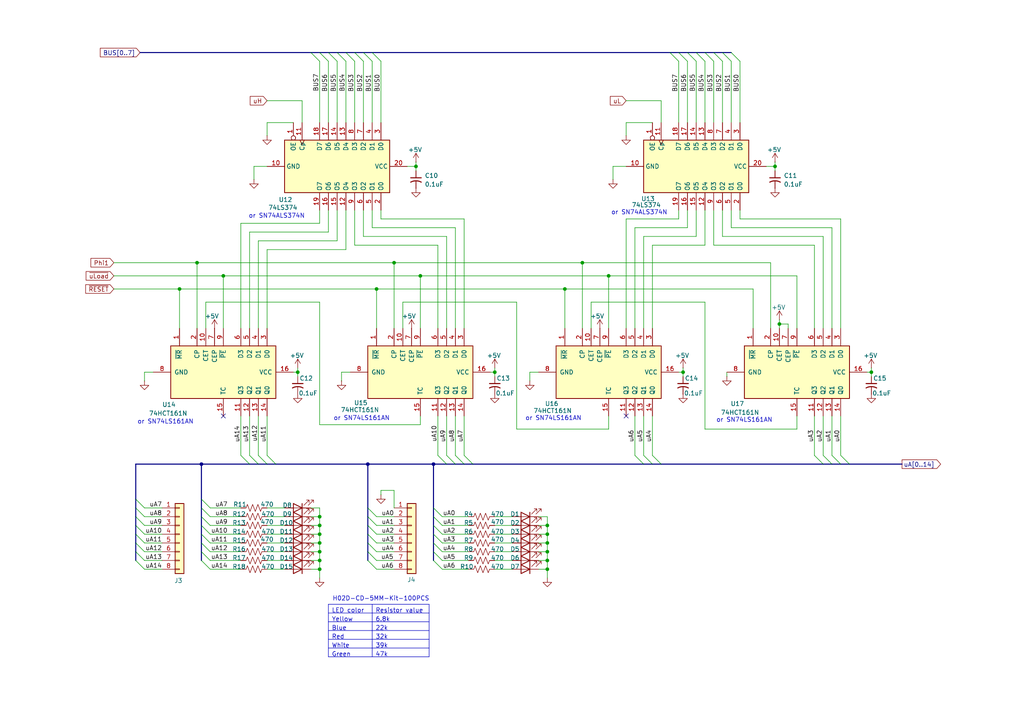
<source format=kicad_sch>
(kicad_sch (version 20250114) (generator "eeschema") (generator_version "9.0")
  (paper "A4")
  (title_block (title "MyCPU") (date "2025-06-23") (company "Sylvain Fortin"))
  (lib_symbols
    (symbol "74xx:74LS161" (pin_names (offset 1.016))
      (property "Reference" "U" (at -7.62 16.51 0))
      (property "Value" "74LS161" (at -7.62 -16.51 0))
      (symbol "74LS161_1_0"
        (pin input line (at -12.7 12.7 0) (length 5.08) (name "D0") (number "3"))
        (pin input line (at -12.7 10.16 0) (length 5.08) (name "D1") (number "4"))
        (pin input line (at -12.7 7.62 0) (length 5.08) (name "D2") (number "5"))
        (pin input line (at -12.7 5.08 0) (length 5.08) (name "D3") (number "6"))
        (pin input line (at -12.7 0 0) (length 5.08) (name "~{PE}") (number "9"))
        (pin input line (at -12.7 -2.54 0) (length 5.08) (name "CEP") (number "7"))
        (pin input line (at -12.7 -5.08 0) (length 5.08) (name "CET") (number "10"))
        (pin input line (at -12.7 -7.62 0) (length 5.08) (name "CP") (number "2"))
        (pin input line (at -12.7 -12.7 0) (length 5.08) (name "~{MR}") (number "1"))
        (pin power_in line (at 0 20.32 270) (length 5.08) (name "VCC") (number "16"))
        (pin power_in line (at 0 -20.32 90) (length 5.08) (name "GND") (number "8"))
        (pin output line (at 12.7 12.7 180) (length 5.08) (name "Q0") (number "14"))
        (pin output line (at 12.7 10.16 180) (length 5.08) (name "Q1") (number "13"))
        (pin output line (at 12.7 7.62 180) (length 5.08) (name "Q2") (number "12"))
        (pin output line (at 12.7 5.08 180) (length 5.08) (name "Q3") (number "11"))
        (pin output line (at 12.7 0 180) (length 5.08) (name "TC") (number "15"))
      )
    )
    (symbol "74xx:74LS374"
      (property "Reference" "U" (at -7.62 16.51 0))
      (property "Value" "74LS374" (at -7.62 -16.51 0))
      (symbol "74LS374_1_0"
        (pin input line (at -12.7 12.7 0) (length 5.08) (name "D0") (number "3"))
        (pin input line (at -12.7 10.16 0) (length 5.08) (name "D1") (number "4"))
        (pin input line (at -12.7 7.62 0) (length 5.08) (name "D2") (number "7"))
        (pin input line (at -12.7 5.08 0) (length 5.08) (name "D3") (number "8"))
        (pin input line (at -12.7 2.54 0) (length 5.08) (name "D4") (number "13"))
        (pin input line (at -12.7 0 0) (length 5.08) (name "D5") (number "14"))
        (pin input line (at -12.7 -2.54 0) (length 5.08) (name "D6") (number "17"))
        (pin input line (at -12.7 -5.08 0) (length 5.08) (name "D7") (number "18"))
        (pin input clock (at -12.7 -10.16 0) (length 5.08) (name "Cp") (number "11"))
        (pin input inverted (at -12.7 -12.7 0) (length 5.08) (name "OE") (number "1"))
        (pin power_in line (at 0 20.32 270) (length 5.08) (name "VCC") (number "20"))
        (pin power_in line (at 0 -20.32 90) (length 5.08) (name "GND") (number "10"))
        (pin tri_state line (at 12.7 12.7 180) (length 5.08) (name "O0") (number "2"))
        (pin tri_state line (at 12.7 10.16 180) (length 5.08) (name "O1") (number "5"))
        (pin tri_state line (at 12.7 7.62 180) (length 5.08) (name "O2") (number "6"))
        (pin tri_state line (at 12.7 5.08 180) (length 5.08) (name "O3") (number "9"))
        (pin tri_state line (at 12.7 2.54 180) (length 5.08) (name "O4") (number "12"))
        (pin tri_state line (at 12.7 0 180) (length 5.08) (name "O5") (number "15"))
        (pin tri_state line (at 12.7 -2.54 180) (length 5.08) (name "O6") (number "16"))
        (pin tri_state line (at 12.7 -5.08 180) (length 5.08) (name "O7") (number "19"))
      )
    )
    (symbol "Connector_Generic:Conn_01x08" (pin_names (offset 1.016) (hide yes))
      (property "Reference" "J" (at 0 10.16 0))
      (property "Value" "Conn_01x08" (at 0 -12.7 0))
      (symbol "Conn_01x08_1_1"
        (pin passive line (at -5.08 7.62 0) (length 3.81) (name "Pin_1") (number "1"))
        (pin passive line (at -5.08 5.08 0) (length 3.81) (name "Pin_2") (number "2"))
        (pin passive line (at -5.08 2.54 0) (length 3.81) (name "Pin_3") (number "3"))
        (pin passive line (at -5.08 0 0) (length 3.81) (name "Pin_4") (number "4"))
        (pin passive line (at -5.08 -2.54 0) (length 3.81) (name "Pin_5") (number "5"))
        (pin passive line (at -5.08 -5.08 0) (length 3.81) (name "Pin_6") (number "6"))
        (pin passive line (at -5.08 -7.62 0) (length 3.81) (name "Pin_7") (number "7"))
        (pin passive line (at -5.08 -10.16 0) (length 3.81) (name "Pin_8") (number "8"))
      )
    )
    (symbol "Device:C_Small_US" (pin_numbers (hide yes)) (pin_names (offset 0.254) (hide yes))
      (property "Reference" "C" (at 0.254 1.778 0))
      (property "Value" "C_Small_US" (at 0.254 -2.032 0))
      (symbol "C_Small_US_1_1"
        (pin passive line (at 0 2.54 270) (length 2.032) (name "~") (number "1"))
        (pin passive line (at 0 -2.54 90) (length 2.032) (name "~") (number "2"))
      )
    )
    (symbol "Device:LED" (pin_numbers (hide yes)) (pin_names (offset 1.016) (hide yes))
      (property "Reference" "D" (at 0 2.54 0))
      (property "Value" "LED" (at 0 -2.54 0))
      (symbol "LED_1_1"
        (pin passive line (at -3.81 0 0) (length 2.54) (name "K") (number "1"))
        (pin passive line (at 3.81 0 180) (length 2.54) (name "A") (number "2"))
      )
    )
    (symbol "Device:R_US" (pin_numbers (hide yes)) (pin_names (offset 0))
      (property "Reference" "R" (at 2.54 0 90))
      (property "Value" "R_US" (at -2.54 0 90))
      (symbol "R_US_1_1"
        (pin passive line (at 0 3.81 270) (length 1.27) (name "~") (number "1"))
        (pin passive line (at 0 -3.81 90) (length 1.27) (name "~") (number "2"))
      )
    )
    (symbol "power:+5V" (power) (pin_numbers (hide yes)) (pin_names (offset 0) (hide yes))
      (property "Value" "+5V" (at 0 3.556 0))
      (symbol "+5V_1_1"
        (pin power_in line (at 0 0 90) (length 0) (name "~") (number "1"))
      )
    )
    (symbol "power:GND" (power) (pin_numbers (hide yes)) (pin_names (offset 0) (hide yes))
      (property "Value" "GND" (at 0 -3.81 0))
      (symbol "GND_1_1"
        (pin power_in line (at 0 0 270) (length 0) (name "~") (number "1"))
      )
    )
  )
  (text "or SN74ALS374N" (at 80.264 62.738 0) (effects (font (size 1.27 1.27))))
  (text "or SN74LS161AN" (at 104.902 121.412 0) (effects (font (size 1.27 1.27))))
  (text "or SN74ALS374N" (at 185.42 61.722 0) (effects (font (size 1.27 1.27))))
  (text "or SN74LS161AN" (at 48.006 122.428 0) (effects (font (size 1.27 1.27))))
  (text "H02D-CD-5MM-Kit-100PCS" (at 110.49 173.736 0) (effects (font (size 1.27 1.27))))
  (text "or SN74LS161AN" (at 160.528 121.412 0) (effects (font (size 1.27 1.27))))
  (text "or SN74LS161AN" (at 215.9 121.92 0) (effects (font (size 1.27 1.27))))
  (junction (at 163.83 83.82))
  (junction (at 143.51 107.95))
  (junction (at 224.79 48.26))
  (junction (at 106.68 134.62))
  (junction (at 52.07 83.82))
  (junction (at 92.71 162.56))
  (junction (at 58.42 134.62))
  (junction (at 92.71 160.02))
  (junction (at 252.73 107.95))
  (junction (at 121.92 80.01))
  (junction (at 168.91 76.2))
  (junction (at 176.53 80.01))
  (junction (at 120.65 48.26))
  (junction (at 86.36 107.95))
  (junction (at 109.22 83.82))
  (junction (at 158.75 162.56))
  (junction (at 158.75 157.48))
  (junction (at 114.3 76.2))
  (junction (at 92.71 157.48))
  (junction (at 92.71 149.86))
  (junction (at 92.71 154.94))
  (junction (at 158.75 160.02))
  (junction (at 198.12 107.95))
  (junction (at 92.71 165.1))
  (junction (at 64.77 80.01))
  (junction (at 92.71 152.4))
  (junction (at 226.06 93.98))
  (junction (at 158.75 154.94))
  (junction (at 125.73 134.62))
  (junction (at 158.75 165.1))
  (junction (at 57.15 76.2))
  (junction (at 158.75 152.4))
  (no_connect (at 64.77 120.65))
  (no_connect (at 181.61 120.65))
  (bus_entry (at 125.73 160.02) (size 2.54 2.54))
  (bus_entry (at 58.42 157.48) (size 2.54 2.54))
  (bus_entry (at 105.41 15.24) (size 2.54 2.54))
  (bus_entry (at 184.15 132.08) (size 2.54 2.54))
  (bus_entry (at 125.73 152.4) (size 2.54 2.54))
  (bus_entry (at 77.47 132.08) (size 2.54 2.54))
  (bus_entry (at 90.17 15.24) (size 2.54 2.54))
  (bus_entry (at 58.42 162.56) (size 2.54 2.54))
  (bus_entry (at 100.33 15.24) (size 2.54 2.54))
  (bus_entry (at 39.37 149.86) (size 2.54 2.54))
  (bus_entry (at 74.93 132.08) (size 2.54 2.54))
  (bus_entry (at 236.22 132.08) (size 2.54 2.54))
  (bus_entry (at 106.68 157.48) (size 2.54 2.54))
  (bus_entry (at 106.68 147.32) (size 2.54 2.54))
  (bus_entry (at 212.09 15.24) (size 2.54 2.54))
  (bus_entry (at 189.23 132.08) (size 2.54 2.54))
  (bus_entry (at 92.71 15.24) (size 2.54 2.54))
  (bus_entry (at 125.73 149.86) (size 2.54 2.54))
  (bus_entry (at 125.73 162.56) (size 2.54 2.54))
  (bus_entry (at 58.42 160.02) (size 2.54 2.54))
  (bus_entry (at 243.84 132.08) (size 2.54 2.54))
  (bus_entry (at 201.93 15.24) (size 2.54 2.54))
  (bus_entry (at 97.79 15.24) (size 2.54 2.54))
  (bus_entry (at 194.31 15.24) (size 2.54 2.54))
  (bus_entry (at 196.85 15.24) (size 2.54 2.54))
  (bus_entry (at 186.69 132.08) (size 2.54 2.54))
  (bus_entry (at 209.55 15.24) (size 2.54 2.54))
  (bus_entry (at 39.37 162.56) (size 2.54 2.54))
  (bus_entry (at 207.01 15.24) (size 2.54 2.54))
  (bus_entry (at 134.62 132.08) (size 2.54 2.54))
  (bus_entry (at 125.73 147.32) (size 2.54 2.54))
  (bus_entry (at 107.95 15.24) (size 2.54 2.54))
  (bus_entry (at 39.37 160.02) (size 2.54 2.54))
  (bus_entry (at 39.37 152.4) (size 2.54 2.54))
  (bus_entry (at 106.68 154.94) (size 2.54 2.54))
  (bus_entry (at 39.37 144.78) (size 2.54 2.54))
  (bus_entry (at 58.42 149.86) (size 2.54 2.54))
  (bus_entry (at 125.73 157.48) (size 2.54 2.54))
  (bus_entry (at 204.47 15.24) (size 2.54 2.54))
  (bus_entry (at 106.68 160.02) (size 2.54 2.54))
  (bus_entry (at 72.39 132.08) (size 2.54 2.54))
  (bus_entry (at 39.37 157.48) (size 2.54 2.54))
  (bus_entry (at 58.42 154.94) (size 2.54 2.54))
  (bus_entry (at 58.42 152.4) (size 2.54 2.54))
  (bus_entry (at 106.68 162.56) (size 2.54 2.54))
  (bus_entry (at 132.08 132.08) (size 2.54 2.54))
  (bus_entry (at 129.54 132.08) (size 2.54 2.54))
  (bus_entry (at 39.37 147.32) (size 2.54 2.54))
  (bus_entry (at 106.68 149.86) (size 2.54 2.54))
  (bus_entry (at 95.25 15.24) (size 2.54 2.54))
  (bus_entry (at 58.42 147.32) (size 2.54 2.54))
  (bus_entry (at 127 132.08) (size 2.54 2.54))
  (bus_entry (at 106.68 152.4) (size 2.54 2.54))
  (bus_entry (at 125.73 154.94) (size 2.54 2.54))
  (bus_entry (at 58.42 144.78) (size 2.54 2.54))
  (bus_entry (at 39.37 154.94) (size 2.54 2.54))
  (bus_entry (at 102.87 15.24) (size 2.54 2.54))
  (bus_entry (at 69.85 132.08) (size 2.54 2.54))
  (bus_entry (at 238.76 132.08) (size 2.54 2.54))
  (bus_entry (at 241.3 132.08) (size 2.54 2.54))
  (bus_entry (at 199.39 15.24) (size 2.54 2.54))
  (wire (pts (xy 191.77 29.21) (xy 181.61 29.21)))
  (bus (pts (xy 58.42 154.94) (xy 58.42 157.48)))
  (wire (pts (xy 99.06 110.49) (xy 99.06 107.95)))
  (bus (pts (xy 106.68 157.48) (xy 106.68 160.02)))
  (wire (pts (xy 77.47 149.86) (xy 82.55 149.86)))
  (wire (pts (xy 184.15 66.04) (xy 184.15 95.25)))
  (bus (pts (xy 132.08 134.62) (xy 134.62 134.62)))
  (bus (pts (xy 39.37 149.86) (xy 39.37 152.4)))
  (wire (pts (xy 107.95 60.96) (xy 107.95 66.04)))
  (wire (pts (xy 90.17 160.02) (xy 92.71 160.02)))
  (wire (pts (xy 85.09 35.56) (xy 77.47 35.56)))
  (wire (pts (xy 204.47 17.78) (xy 204.47 35.56)))
  (wire (pts (xy 128.27 152.4) (xy 135.89 152.4)))
  (wire (pts (xy 69.85 120.65) (xy 69.85 132.08)))
  (wire (pts (xy 189.23 71.12) (xy 189.23 95.25)))
  (bus (pts (xy 125.73 157.48) (xy 125.73 160.02)))
  (wire (pts (xy 238.76 120.65) (xy 238.76 132.08)))
  (wire (pts (xy 74.93 69.85) (xy 74.93 95.25)))
  (bus (pts (xy 106.68 149.86) (xy 106.68 152.4)))
  (wire (pts (xy 92.71 165.1) (xy 92.71 167.64)))
  (bus (pts (xy 39.37 134.62) (xy 58.42 134.62)))
  (wire (pts (xy 102.87 71.12) (xy 127 71.12)))
  (wire (pts (xy 218.44 83.82) (xy 218.44 95.25)))
  (wire (pts (xy 209.55 68.58) (xy 238.76 68.58)))
  (wire (pts (xy 142.24 107.95) (xy 143.51 107.95)))
  (bus (pts (xy 201.93 15.24) (xy 204.47 15.24)))
  (wire (pts (xy 209.55 60.96) (xy 209.55 68.58)))
  (wire (pts (xy 128.27 157.48) (xy 135.89 157.48)))
  (wire (pts (xy 177.8 52.07) (xy 177.8 48.26)))
  (wire (pts (xy 107.95 17.78) (xy 107.95 35.56)))
  (wire (pts (xy 177.8 48.26) (xy 181.61 48.26)))
  (wire (pts (xy 90.17 152.4) (xy 92.71 152.4)))
  (wire (pts (xy 92.71 123.19) (xy 92.71 87.63)))
  (bus (pts (xy 125.73 160.02) (xy 125.73 162.56)))
  (wire (pts (xy 214.63 60.96) (xy 214.63 63.5)))
  (bus (pts (xy 137.16 134.62) (xy 186.69 134.62)))
  (wire (pts (xy 204.47 71.12) (xy 189.23 71.12)))
  (wire (pts (xy 41.91 149.86) (xy 46.99 149.86)))
  (wire (pts (xy 33.02 83.82) (xy 52.07 83.82)))
  (wire (pts (xy 158.75 160.02) (xy 158.75 162.56)))
  (wire (pts (xy 184.15 120.65) (xy 184.15 132.08)))
  (wire (pts (xy 143.51 106.68) (xy 143.51 107.95)))
  (wire (pts (xy 243.84 63.5) (xy 243.84 95.25)))
  (wire (pts (xy 128.27 165.1) (xy 135.89 165.1)))
  (wire (pts (xy 109.22 162.56) (xy 114.3 162.56)))
  (wire (pts (xy 209.55 17.78) (xy 209.55 35.56)))
  (wire (pts (xy 120.65 46.99) (xy 120.65 48.26)))
  (wire (pts (xy 186.69 120.65) (xy 186.69 132.08)))
  (wire (pts (xy 109.22 157.48) (xy 114.3 157.48)))
  (wire (pts (xy 90.17 154.94) (xy 92.71 154.94)))
  (wire (pts (xy 90.17 165.1) (xy 92.71 165.1)))
  (wire (pts (xy 199.39 60.96) (xy 199.39 66.04)))
  (wire (pts (xy 156.21 162.56) (xy 158.75 162.56)))
  (bus (pts (xy 92.71 15.24) (xy 95.25 15.24)))
  (wire (pts (xy 105.41 68.58) (xy 129.54 68.58)))
  (bus (pts (xy 95.25 15.24) (xy 97.79 15.24)))
  (bus (pts (xy 100.33 15.24) (xy 102.87 15.24)))
  (wire (pts (xy 226.06 92.71) (xy 226.06 93.98)))
  (wire (pts (xy 132.08 120.65) (xy 132.08 132.08)))
  (wire (pts (xy 92.71 162.56) (xy 92.71 165.1)))
  (bus (pts (xy 186.69 134.62) (xy 189.23 134.62)))
  (bus (pts (xy 106.68 152.4) (xy 106.68 154.94)))
  (wire (pts (xy 120.65 48.26) (xy 120.65 49.53)))
  (wire (pts (xy 41.91 147.32) (xy 46.99 147.32)))
  (bus (pts (xy 106.68 134.62) (xy 125.73 134.62)))
  (wire (pts (xy 196.85 60.96) (xy 196.85 63.5)))
  (bus (pts (xy 58.42 134.62) (xy 58.42 144.78)))
  (wire (pts (xy 77.47 165.1) (xy 82.55 165.1)))
  (wire (pts (xy 207.01 71.12) (xy 236.22 71.12)))
  (wire (pts (xy 153.67 107.95) (xy 156.21 107.95)))
  (wire (pts (xy 222.25 48.26) (xy 224.79 48.26)))
  (wire (pts (xy 77.47 72.39) (xy 77.47 95.25)))
  (wire (pts (xy 59.69 87.63) (xy 59.69 95.25)))
  (wire (pts (xy 92.71 87.63) (xy 59.69 87.63)))
  (wire (pts (xy 181.61 63.5) (xy 181.61 95.25)))
  (wire (pts (xy 92.71 64.77) (xy 69.85 64.77)))
  (bus (pts (xy 129.54 134.62) (xy 132.08 134.62)))
  (wire (pts (xy 92.71 17.78) (xy 92.71 35.56)))
  (bus (pts (xy 58.42 147.32) (xy 58.42 149.86)))
  (wire (pts (xy 158.75 152.4) (xy 158.75 154.94)))
  (wire (pts (xy 92.71 147.32) (xy 92.71 149.86)))
  (wire (pts (xy 74.93 120.65) (xy 74.93 132.08)))
  (wire (pts (xy 127 120.65) (xy 127 132.08)))
  (wire (pts (xy 199.39 66.04) (xy 184.15 66.04)))
  (wire (pts (xy 92.71 160.02) (xy 92.71 162.56)))
  (wire (pts (xy 60.96 160.02) (xy 69.85 160.02)))
  (wire (pts (xy 128.27 160.02) (xy 135.89 160.02)))
  (wire (pts (xy 241.3 120.65) (xy 241.3 132.08)))
  (wire (pts (xy 132.08 66.04) (xy 132.08 95.25)))
  (wire (pts (xy 33.02 76.2) (xy 57.15 76.2)))
  (wire (pts (xy 60.96 149.86) (xy 69.85 149.86)))
  (wire (pts (xy 44.45 107.95) (xy 41.91 107.95)))
  (wire (pts (xy 143.51 157.48) (xy 148.59 157.48)))
  (wire (pts (xy 252.73 106.68) (xy 252.73 107.95)))
  (bus (pts (xy 39.37 154.94) (xy 39.37 157.48)))
  (wire (pts (xy 114.3 142.24) (xy 114.3 147.32)))
  (wire (pts (xy 95.25 67.31) (xy 72.39 67.31)))
  (wire (pts (xy 92.71 154.94) (xy 92.71 157.48)))
  (wire (pts (xy 109.22 83.82) (xy 109.22 95.25)))
  (wire (pts (xy 226.06 93.98) (xy 228.6 93.98)))
  (wire (pts (xy 92.71 149.86) (xy 92.71 152.4)))
  (wire (pts (xy 176.53 80.01) (xy 231.14 80.01)))
  (bus (pts (xy 125.73 134.62) (xy 125.73 147.32)))
  (wire (pts (xy 156.21 152.4) (xy 158.75 152.4)))
  (wire (pts (xy 231.14 80.01) (xy 231.14 95.25)))
  (bus (pts (xy 58.42 149.86) (xy 58.42 152.4)))
  (wire (pts (xy 90.17 157.48) (xy 92.71 157.48)))
  (wire (pts (xy 251.46 107.95) (xy 252.73 107.95)))
  (wire (pts (xy 171.45 95.25) (xy 171.45 87.63)))
  (bus (pts (xy 196.85 15.24) (xy 199.39 15.24)))
  (wire (pts (xy 102.87 17.78) (xy 102.87 35.56)))
  (bus (pts (xy 105.41 15.24) (xy 107.95 15.24)))
  (wire (pts (xy 77.47 120.65) (xy 77.47 132.08)))
  (wire (pts (xy 86.36 106.68) (xy 86.36 107.95)))
  (wire (pts (xy 212.09 66.04) (xy 241.3 66.04)))
  (wire (pts (xy 143.51 152.4) (xy 148.59 152.4)))
  (wire (pts (xy 41.91 152.4) (xy 46.99 152.4)))
  (wire (pts (xy 95.25 17.78) (xy 95.25 35.56)))
  (wire (pts (xy 189.23 120.65) (xy 189.23 132.08)))
  (wire (pts (xy 241.3 66.04) (xy 241.3 95.25)))
  (wire (pts (xy 69.85 64.77) (xy 69.85 95.25)))
  (wire (pts (xy 228.6 95.25) (xy 228.6 93.98)))
  (wire (pts (xy 201.93 60.96) (xy 201.93 68.58)))
  (wire (pts (xy 110.49 17.78) (xy 110.49 35.56)))
  (bus (pts (xy 39.37 152.4) (xy 39.37 154.94)))
  (wire (pts (xy 201.93 68.58) (xy 186.69 68.58)))
  (bus (pts (xy 80.01 134.62) (xy 106.68 134.62)))
  (wire (pts (xy 191.77 35.56) (xy 191.77 29.21)))
  (wire (pts (xy 41.91 157.48) (xy 46.99 157.48)))
  (bus (pts (xy 72.39 134.62) (xy 74.93 134.62)))
  (wire (pts (xy 128.27 149.86) (xy 135.89 149.86)))
  (wire (pts (xy 109.22 160.02) (xy 114.3 160.02)))
  (wire (pts (xy 105.41 17.78) (xy 105.41 35.56)))
  (bus (pts (xy 74.93 134.62) (xy 77.47 134.62)))
  (wire (pts (xy 143.51 149.86) (xy 148.59 149.86)))
  (wire (pts (xy 171.45 87.63) (xy 204.47 87.63)))
  (bus (pts (xy 189.23 134.62) (xy 191.77 134.62)))
  (wire (pts (xy 128.27 154.94) (xy 135.89 154.94)))
  (wire (pts (xy 41.91 162.56) (xy 46.99 162.56)))
  (wire (pts (xy 212.09 60.96) (xy 212.09 66.04)))
  (wire (pts (xy 212.09 17.78) (xy 212.09 35.56)))
  (wire (pts (xy 156.21 160.02) (xy 158.75 160.02)))
  (wire (pts (xy 52.07 83.82) (xy 52.07 95.25)))
  (wire (pts (xy 223.52 76.2) (xy 223.52 95.25)))
  (bus (pts (xy 194.31 15.24) (xy 196.85 15.24)))
  (wire (pts (xy 143.51 160.02) (xy 148.59 160.02)))
  (wire (pts (xy 121.92 120.65) (xy 121.92 123.19)))
  (wire (pts (xy 60.96 165.1) (xy 69.85 165.1)))
  (bus (pts (xy 207.01 15.24) (xy 209.55 15.24)))
  (wire (pts (xy 109.22 152.4) (xy 114.3 152.4)))
  (wire (pts (xy 60.96 157.48) (xy 69.85 157.48)))
  (wire (pts (xy 128.27 162.56) (xy 135.89 162.56)))
  (wire (pts (xy 181.61 35.56) (xy 181.61 39.37)))
  (wire (pts (xy 77.47 29.21) (xy 87.63 29.21)))
  (bus (pts (xy 39.37 134.62) (xy 39.37 144.78)))
  (wire (pts (xy 97.79 17.78) (xy 97.79 35.56)))
  (wire (pts (xy 168.91 76.2) (xy 168.91 95.25)))
  (bus (pts (xy 58.42 144.78) (xy 58.42 147.32)))
  (wire (pts (xy 149.86 87.63) (xy 116.84 87.63)))
  (bus (pts (xy 134.62 134.62) (xy 137.16 134.62)))
  (wire (pts (xy 238.76 68.58) (xy 238.76 95.25)))
  (wire (pts (xy 156.21 157.48) (xy 158.75 157.48)))
  (wire (pts (xy 134.62 120.65) (xy 134.62 132.08)))
  (wire (pts (xy 163.83 83.82) (xy 218.44 83.82)))
  (bus (pts (xy 204.47 15.24) (xy 207.01 15.24)))
  (wire (pts (xy 60.96 152.4) (xy 69.85 152.4)))
  (bus (pts (xy 238.76 134.62) (xy 241.3 134.62)))
  (wire (pts (xy 127 71.12) (xy 127 95.25)))
  (wire (pts (xy 118.11 48.26) (xy 120.65 48.26)))
  (wire (pts (xy 176.53 120.65) (xy 176.53 124.46)))
  (wire (pts (xy 176.53 124.46) (xy 149.86 124.46)))
  (wire (pts (xy 60.96 147.32) (xy 69.85 147.32)))
  (wire (pts (xy 143.51 162.56) (xy 148.59 162.56)))
  (wire (pts (xy 243.84 120.65) (xy 243.84 132.08)))
  (wire (pts (xy 102.87 60.96) (xy 102.87 71.12)))
  (wire (pts (xy 204.47 124.46) (xy 231.14 124.46)))
  (wire (pts (xy 226.06 95.25) (xy 226.06 93.98)))
  (wire (pts (xy 207.01 17.78) (xy 207.01 35.56)))
  (wire (pts (xy 33.02 80.01) (xy 64.77 80.01)))
  (wire (pts (xy 207.01 60.96) (xy 207.01 71.12)))
  (wire (pts (xy 107.95 66.04) (xy 132.08 66.04)))
  (bus (pts (xy 246.38 134.62) (xy 261.62 134.62)))
  (wire (pts (xy 86.36 107.95) (xy 86.36 109.22)))
  (wire (pts (xy 57.15 76.2) (xy 114.3 76.2)))
  (wire (pts (xy 163.83 83.82) (xy 163.83 95.25)))
  (wire (pts (xy 252.73 107.95) (xy 252.73 109.22)))
  (wire (pts (xy 114.3 76.2) (xy 114.3 95.25)))
  (bus (pts (xy 39.37 147.32) (xy 39.37 149.86)))
  (wire (pts (xy 129.54 68.58) (xy 129.54 95.25)))
  (wire (pts (xy 143.51 107.95) (xy 143.51 109.22)))
  (wire (pts (xy 95.25 60.96) (xy 95.25 67.31)))
  (wire (pts (xy 121.92 80.01) (xy 121.92 95.25)))
  (bus (pts (xy 40.64 15.24) (xy 90.17 15.24)))
  (wire (pts (xy 73.66 52.07) (xy 73.66 48.26)))
  (bus (pts (xy 125.73 149.86) (xy 125.73 152.4)))
  (wire (pts (xy 196.85 107.95) (xy 198.12 107.95)))
  (wire (pts (xy 90.17 162.56) (xy 92.71 162.56)))
  (wire (pts (xy 110.49 63.5) (xy 134.62 63.5)))
  (wire (pts (xy 158.75 157.48) (xy 158.75 160.02)))
  (bus (pts (xy 58.42 134.62) (xy 72.39 134.62)))
  (wire (pts (xy 143.51 154.94) (xy 148.59 154.94)))
  (bus (pts (xy 77.47 134.62) (xy 80.01 134.62)))
  (wire (pts (xy 64.77 80.01) (xy 64.77 95.25)))
  (wire (pts (xy 214.63 17.78) (xy 214.63 35.56)))
  (wire (pts (xy 41.91 165.1) (xy 46.99 165.1)))
  (wire (pts (xy 204.47 60.96) (xy 204.47 71.12)))
  (wire (pts (xy 116.84 87.63) (xy 116.84 95.25)))
  (wire (pts (xy 100.33 72.39) (xy 77.47 72.39)))
  (wire (pts (xy 224.79 46.99) (xy 224.79 48.26)))
  (wire (pts (xy 109.22 165.1) (xy 114.3 165.1)))
  (wire (pts (xy 224.79 48.26) (xy 224.79 49.53)))
  (wire (pts (xy 110.49 142.24) (xy 114.3 142.24)))
  (wire (pts (xy 99.06 107.95) (xy 101.6 107.95)))
  (bus (pts (xy 39.37 144.78) (xy 39.37 147.32)))
  (bus (pts (xy 102.87 15.24) (xy 105.41 15.24)))
  (wire (pts (xy 77.47 154.94) (xy 82.55 154.94)))
  (wire (pts (xy 153.67 110.49) (xy 153.67 107.95)))
  (wire (pts (xy 196.85 17.78) (xy 196.85 35.56)))
  (wire (pts (xy 85.09 107.95) (xy 86.36 107.95)))
  (bus (pts (xy 58.42 157.48) (xy 58.42 160.02)))
  (wire (pts (xy 41.91 107.95) (xy 41.91 110.49)))
  (wire (pts (xy 77.47 160.02) (xy 82.55 160.02)))
  (wire (pts (xy 158.75 162.56) (xy 158.75 165.1)))
  (bus (pts (xy 125.73 147.32) (xy 125.73 149.86)))
  (wire (pts (xy 214.63 63.5) (xy 243.84 63.5)))
  (wire (pts (xy 198.12 106.68) (xy 198.12 107.95)))
  (wire (pts (xy 134.62 63.5) (xy 134.62 95.25)))
  (wire (pts (xy 129.54 120.65) (xy 129.54 132.08)))
  (bus (pts (xy 58.42 152.4) (xy 58.42 154.94)))
  (bus (pts (xy 90.17 15.24) (xy 92.71 15.24)))
  (wire (pts (xy 156.21 165.1) (xy 158.75 165.1)))
  (wire (pts (xy 90.17 147.32) (xy 92.71 147.32)))
  (wire (pts (xy 92.71 152.4) (xy 92.71 154.94)))
  (wire (pts (xy 156.21 149.86) (xy 158.75 149.86)))
  (wire (pts (xy 60.96 154.94) (xy 69.85 154.94)))
  (wire (pts (xy 109.22 83.82) (xy 163.83 83.82)))
  (wire (pts (xy 186.69 68.58) (xy 186.69 95.25)))
  (bus (pts (xy 241.3 134.62) (xy 243.84 134.62)))
  (wire (pts (xy 204.47 87.63) (xy 204.47 124.46)))
  (wire (pts (xy 64.77 80.01) (xy 121.92 80.01)))
  (wire (pts (xy 72.39 67.31) (xy 72.39 95.25)))
  (wire (pts (xy 236.22 71.12) (xy 236.22 95.25)))
  (wire (pts (xy 77.47 152.4) (xy 82.55 152.4)))
  (wire (pts (xy 109.22 149.86) (xy 114.3 149.86)))
  (bus (pts (xy 106.68 160.02) (xy 106.68 162.56)))
  (wire (pts (xy 41.91 160.02) (xy 46.99 160.02)))
  (wire (pts (xy 158.75 154.94) (xy 158.75 157.48)))
  (bus (pts (xy 125.73 154.94) (xy 125.73 157.48)))
  (bus (pts (xy 199.39 15.24) (xy 201.93 15.24)))
  (wire (pts (xy 210.82 107.95) (xy 210.82 109.22)))
  (wire (pts (xy 121.92 80.01) (xy 176.53 80.01)))
  (wire (pts (xy 77.47 147.32) (xy 82.55 147.32)))
  (wire (pts (xy 52.07 83.82) (xy 109.22 83.82)))
  (bus (pts (xy 106.68 134.62) (xy 106.68 147.32)))
  (wire (pts (xy 143.51 165.1) (xy 148.59 165.1)))
  (bus (pts (xy 191.77 134.62) (xy 238.76 134.62)))
  (wire (pts (xy 97.79 69.85) (xy 74.93 69.85)))
  (wire (pts (xy 92.71 157.48) (xy 92.71 160.02)))
  (wire (pts (xy 97.79 60.96) (xy 97.79 69.85)))
  (bus (pts (xy 106.68 147.32) (xy 106.68 149.86)))
  (wire (pts (xy 41.91 154.94) (xy 46.99 154.94)))
  (wire (pts (xy 92.71 60.96) (xy 92.71 64.77)))
  (wire (pts (xy 77.47 35.56) (xy 77.47 39.37)))
  (wire (pts (xy 156.21 154.94) (xy 158.75 154.94)))
  (wire (pts (xy 87.63 29.21) (xy 87.63 35.56)))
  (bus (pts (xy 106.68 154.94) (xy 106.68 157.48)))
  (wire (pts (xy 176.53 80.01) (xy 176.53 95.25)))
  (wire (pts (xy 121.92 123.19) (xy 92.71 123.19)))
  (wire (pts (xy 198.12 107.95) (xy 198.12 109.22)))
  (wire (pts (xy 201.93 17.78) (xy 201.93 35.56)))
  (wire (pts (xy 100.33 17.78) (xy 100.33 35.56)))
  (wire (pts (xy 189.23 35.56) (xy 181.61 35.56)))
  (wire (pts (xy 110.49 60.96) (xy 110.49 63.5)))
  (bus (pts (xy 97.79 15.24) (xy 100.33 15.24)))
  (wire (pts (xy 73.66 48.26) (xy 77.47 48.26)))
  (wire (pts (xy 236.22 120.65) (xy 236.22 132.08)))
  (wire (pts (xy 110.49 143.51) (xy 110.49 142.24)))
  (bus (pts (xy 107.95 15.24) (xy 194.31 15.24)))
  (wire (pts (xy 90.17 149.86) (xy 92.71 149.86)))
  (wire (pts (xy 100.33 60.96) (xy 100.33 72.39)))
  (wire (pts (xy 77.47 157.48) (xy 82.55 157.48)))
  (wire (pts (xy 231.14 124.46) (xy 231.14 120.65)))
  (wire (pts (xy 105.41 60.96) (xy 105.41 68.58)))
  (wire (pts (xy 158.75 149.86) (xy 158.75 152.4)))
  (wire (pts (xy 149.86 124.46) (xy 149.86 87.63)))
  (bus (pts (xy 58.42 160.02) (xy 58.42 162.56)))
  (bus (pts (xy 125.73 152.4) (xy 125.73 154.94)))
  (bus (pts (xy 209.55 15.24) (xy 212.09 15.24)))
  (bus (pts (xy 243.84 134.62) (xy 246.38 134.62)))
  (wire (pts (xy 168.91 76.2) (xy 223.52 76.2)))
  (bus (pts (xy 125.73 134.62) (xy 129.54 134.62)))
  (wire (pts (xy 77.47 162.56) (xy 82.55 162.56)))
  (wire (pts (xy 199.39 17.78) (xy 199.39 35.56)))
  (wire (pts (xy 57.15 76.2) (xy 57.15 95.25)))
  (wire (pts (xy 114.3 76.2) (xy 168.91 76.2)))
  (wire (pts (xy 72.39 120.65) (xy 72.39 132.08)))
  (wire (pts (xy 109.22 154.94) (xy 114.3 154.94)))
  (bus (pts (xy 39.37 157.48) (xy 39.37 160.02)))
  (wire (pts (xy 60.96 162.56) (xy 69.85 162.56)))
  (wire (pts (xy 196.85 63.5) (xy 181.61 63.5)))
  (wire (pts (xy 158.75 165.1) (xy 158.75 167.64)))
  (bus (pts (xy 39.37 160.02) (xy 39.37 162.56)))
  (table (column_count 2) (border (external yes) (header yes)) (separators (rows yes) (cols yes)) (column_widths 12.7 16.51) (row_heights 2.54 2.54 2.54 2.54 2.54 2.54) (cells (table_cell "LED color" (at 95.25 175.26 0) (size 12.7 2.54) (margins 0.9525 0.9525 0.9525 0.9525) (span 1 1)) (table_cell "Resistor value" (at 107.95 175.26 0) (size 16.51 2.54) (margins 0.9525 0.9525 0.9525 0.9525) (span 1 1)) (table_cell "Yellow" (at 95.25 177.8 0) (size 12.7 2.54) (margins 0.9525 0.9525 0.9525 0.9525) (span 1 1)) (table_cell "6.8k" (at 107.95 177.8 0) (size 16.51 2.54) (margins 0.9525 0.9525 0.9525 0.9525) (span 1 1)) (table_cell "Blue" (at 95.25 180.34 0) (size 12.7 2.54) (margins 0.9525 0.9525 0.9525 0.9525) (span 1 1)) (table_cell "22k" (at 107.95 180.34 0) (size 16.51 2.54) (margins 0.9525 0.9525 0.9525 0.9525) (span 1 1)) (table_cell "Red" (at 95.25 182.88 0) (size 12.7 2.54) (margins 0.9525 0.9525 0.9525 0.9525) (span 1 1)) (table_cell "32k" (at 107.95 182.88 0) (size 16.51 2.54) (margins 0.9525 0.9525 0.9525 0.9525) (span 1 1)) (table_cell "White" (at 95.25 185.42 0) (size 12.7 2.54) (margins 0.9525 0.9525 0.9525 0.9525) (span 1 1)) (table_cell "39k" (at 107.95 185.42 0) (size 16.51 2.54) (margins 0.9525 0.9525 0.9525 0.9525) (span 1 1)) (table_cell "Green" (at 95.25 187.96 0) (size 12.7 2.54) (margins 0.9525 0.9525 0.9525 0.9525) (span 1 1)) (table_cell "47k" (at 107.95 187.96 0) (size 16.51 2.54) (margins 0.9525 0.9525 0.9525 0.9525) (span 1 1))))
  (label "BUS7" (at 196.85 26.67 90))
  (label "uA3" (at 236.22 128.27 90))
  (label "uA10" (at 46.99 154.94 180))
  (label "uA11" (at 46.99 157.48 180))
  (label "uA13" (at 66.04 162.56 180))
  (label "uA9" (at 129.54 128.27 90))
  (label "uA4" (at 114.3 160.02 180))
  (label "BUS4" (at 100.33 26.596 90))
  (label "BUS5" (at 97.79 26.659 90))
  (label "uA1" (at 114.3 152.4 180))
  (label "BUS0" (at 214.63 26.67 90))
  (label "uA11" (at 66.04 157.48 180))
  (label "uA6" (at 132.08 165.1 180))
  (label "uA7" (at 46.99 147.32 180))
  (label "uA3" (at 132.08 157.48 180))
  (label "uA10" (at 127 128.1635 90))
  (label "BUS1" (at 212.09 26.67 90))
  (label "uA0" (at 114.3 149.86 180))
  (label "BUS2" (at 209.55 26.67 90))
  (label "BUS3" (at 102.87 26.67 90))
  (label "BUS6" (at 95.25 26.659 90))
  (label "uA5" (at 132.08 162.56 180))
  (label "uA2" (at 114.3 154.94 180))
  (label "uA2" (at 132.08 154.94 180))
  (label "BUS0" (at 110.49 26.67 90))
  (label "uA10" (at 66.04 154.94 180))
  (label "uA7" (at 66.04 147.32 180))
  (label "BUS1" (at 107.95 26.67 90))
  (label "BUS2" (at 105.41 26.67 90))
  (label "uA2" (at 238.76 128.27 90))
  (label "uA3" (at 114.3 157.48 180))
  (label "BUS3" (at 207.01 26.67 90))
  (label "uA12" (at 46.99 160.02 180))
  (label "uA8" (at 46.99 149.86 180))
  (label "uA1" (at 132.08 152.4 180))
  (label "uA13" (at 46.99 162.56 180))
  (label "uA0" (at 132.08 149.86 180))
  (label "uA7" (at 134.62 128.27 90))
  (label "BUS5" (at 201.93 26.619 90))
  (label "uA5" (at 114.1529 162.56 180))
  (label "uA8" (at 132.08 128.27 90))
  (label "uA6" (at 184.15 128.27 90))
  (label "uA0" (at 243.84 128.27 90))
  (label "uA4" (at 132.08 160.02 180))
  (label "uA5" (at 186.69 128.27 90))
  (label "uA13" (at 72.39 128.27 90))
  (label "uA4" (at 189.23 128.27 90))
  (label "BUS6" (at 199.39 26.67 90))
  (label "uA12" (at 66.04 160.02 180))
  (label "BUS4" (at 204.47 26.67 90))
  (label "uA14" (at 69.85 128.27 90))
  (label "uA8" (at 66.04 149.86 180))
  (label "uA12" (at 74.93 128.1026 90))
  (label "BUS7" (at 92.71 26.5331 90))
  (label "uA9" (at 46.99 152.4 180))
  (label "uA9" (at 66.04 152.4 180))
  (label "uA14" (at 66.04 165.1 180))
  (label "uA1" (at 241.3 128.27 90))
  (label "uA6" (at 114.2019 165.1 180))
  (label "uA11" (at 77.47 128.27 90))
  (label "uA14" (at 46.99 165.1 180))
  (global_label "~{uLoad}" (shape input) (at 33.02 80.01 180) (property "Intersheetrefs" "${INTERSHEET_REFS}" (effects (hide yes))))
  (global_label "~{RESET}" (shape input) (at 33.02 83.82 180) (property "Intersheetrefs" "${INTERSHEET_REFS}" (effects (hide yes))))
  (global_label "BUS[0..7]" (shape input) (at 40.64 15.24 180) (property "Intersheetrefs" "${INTERSHEET_REFS}" (effects (hide yes))))
  (global_label "uH" (shape input) (at 77.47 29.21 180) (property "Intersheetrefs" "${INTERSHEET_REFS}" (effects (hide yes))))
  (global_label "uA[0..14]" (shape output) (at 261.62 134.62 0) (property "Intersheetrefs" "${INTERSHEET_REFS}" (effects (hide yes))))
  (global_label "Phi1" (shape input) (at 33.02 76.2 180) (property "Intersheetrefs" "${INTERSHEET_REFS}" (effects (hide yes))))
  (global_label "uL" (shape input) (at 181.61 29.21 180) (property "Intersheetrefs" "${INTERSHEET_REFS}" (effects (hide yes))))
  (symbol (lib_id "power:GND") (at 177.8 52.07 0) (unit 1)
    (property "Reference" "#PWR024" (effects (hide yes)))
    (property "Value" "GND" (effects (hide yes)))
    (property "Description" "Power symbol creates a global label with name \"GND\" , ground" (effects (hide yes)))
  )
  (symbol (lib_id "power:GND") (at 224.79 54.61 0) (unit 1)
    (property "Reference" "#PWR0114" (effects (hide yes)))
    (property "Value" "GND" (effects (hide yes)))
    (property "Description" "Power symbol creates a global label with name \"GND\" , ground" (effects (hide yes)))
  )
  (symbol (lib_id "Device:C_Small_US") (at 143.51 111.76 0) (unit 1)
    (property "Reference" "C13" (at 144.018 109.728 0) (effects (justify left)))
    (property "Value" "0.1uF" (at 143.764 114.046 0) (effects (justify left)))
    (property "Footprint" "Capacitor_THT:C_Disc_D6.0mm_W2.5mm_P5.00mm" (effects (hide yes)))
    (property "Description" "capacitor, small US symbol" (effects (hide yes)))
  )
  (symbol (lib_id "Device:LED") (at 152.4 154.94 180) (unit 1)
    (property "Reference" "D3" (at 149.352 154.178 0))
    (property "Value" "LED" (effects (hide yes)))
    (property "Footprint" "LED_THT:LED_D5.0mm" (effects (hide yes)))
    (property "Description" "Light emitting diode" (effects (hide yes)))
    (property "Sim.Pins" "1=K 2=A" (effects (hide yes)))
  )
  (symbol (lib_id "power:GND") (at 181.61 39.37 0) (unit 1)
    (property "Reference" "#PWR026" (effects (hide yes)))
    (property "Value" "GND" (effects (hide yes)))
    (property "Description" "Power symbol creates a global label with name \"GND\" , ground" (effects (hide yes)))
  )
  (symbol (lib_id "Device:C_Small_US") (at 86.36 111.76 0) (unit 1)
    (property "Reference" "C12" (at 86.868 109.728 0) (effects (justify left)))
    (property "Value" "0.1uF" (at 86.614 114.046 0) (effects (justify left)))
    (property "Footprint" "Capacitor_THT:C_Disc_D6.0mm_W2.5mm_P5.00mm" (effects (hide yes)))
    (property "Description" "capacitor, small US symbol" (effects (hide yes)))
  )
  (symbol (lib_id "power:+5V") (at 62.23 95.25 0) (unit 1)
    (property "Reference" "#PWR039" (effects (hide yes)))
    (property "Value" "+5V" (at 61.468 91.694 0))
    (property "Description" "Power symbol creates a global label with name \"+5V\"" (effects (hide yes)))
  )
  (symbol (lib_id "Device:LED") (at 86.36 152.4 180) (unit 1)
    (property "Reference" "D10" (at 83.058 151.638 0))
    (property "Value" "LED" (effects (hide yes)))
    (property "Footprint" "LED_THT:LED_D5.0mm" (effects (hide yes)))
    (property "Description" "Light emitting diode" (effects (hide yes)))
    (property "Sim.Pins" "1=K 2=A" (effects (hide yes)))
  )
  (symbol (lib_id "Device:LED") (at 86.36 157.48 180) (unit 1)
    (property "Reference" "D12" (at 83.058 156.718 0))
    (property "Value" "LED" (effects (hide yes)))
    (property "Footprint" "LED_THT:LED_D5.0mm" (effects (hide yes)))
    (property "Description" "Light emitting diode" (effects (hide yes)))
    (property "Sim.Pins" "1=K 2=A" (effects (hide yes)))
  )
  (symbol (lib_id "power:+5V") (at 252.73 106.68 0) (unit 1)
    (property "Reference" "#PWR035" (effects (hide yes)))
    (property "Value" "+5V" (at 252.476 103.124 0))
    (property "Description" "Power symbol creates a global label with name \"+5V\"" (effects (hide yes)))
  )
  (symbol (lib_id "Device:R_US") (at 73.66 152.4 90) (unit 1)
    (property "Reference" "R13" (at 69.342 151.638 90))
    (property "Value" "470" (at 77.47 151.384 90))
    (property "Footprint" "Resistor_THT:R_Axial_DIN0207_L6.3mm_D2.5mm_P2.54mm_Vertical" (effects (hide yes)))
    (property "Description" "Resistor, US symbol" (effects (hide yes)))
  )
  (symbol (lib_id "Device:C_Small_US") (at 120.65 52.07 0) (unit 1)
    (property "Reference" "C10" (at 123.19 50.9269 0) (effects (justify left)))
    (property "Value" "0.1uF" (at 123.19 53.4669 0) (effects (justify left)))
    (property "Footprint" "Capacitor_THT:C_Disc_D6.0mm_W2.5mm_P5.00mm" (effects (hide yes)))
    (property "Description" "capacitor, small US symbol" (effects (hide yes)))
  )
  (symbol (lib_id "Device:LED") (at 152.4 165.1 180) (unit 1)
    (property "Reference" "D7" (at 149.352 164.338 0))
    (property "Value" "LED" (effects (hide yes)))
    (property "Footprint" "LED_THT:LED_D5.0mm" (effects (hide yes)))
    (property "Description" "Light emitting diode" (effects (hide yes)))
    (property "Sim.Pins" "1=K 2=A" (effects (hide yes)))
  )
  (symbol (lib_id "Device:R_US") (at 139.7 162.56 90) (unit 1)
    (property "Reference" "R9" (at 135.89 161.798 90))
    (property "Value" "470" (at 144.272 161.798 90))
    (property "Footprint" "Resistor_THT:R_Axial_DIN0207_L6.3mm_D2.5mm_P2.54mm_Vertical" (effects (hide yes)))
    (property "Description" "Resistor, US symbol" (effects (hide yes)))
  )
  (symbol (lib_id "power:GND") (at 86.36 114.3 0) (unit 1)
    (property "Reference" "#PWR0115" (effects (hide yes)))
    (property "Value" "GND" (effects (hide yes)))
    (property "Description" "Power symbol creates a global label with name \"GND\" , ground" (effects (hide yes)))
  )
  (symbol (lib_id "power:GND") (at 252.73 114.3 0) (unit 1)
    (property "Reference" "#PWR0117" (effects (hide yes)))
    (property "Value" "GND" (effects (hide yes)))
    (property "Description" "Power symbol creates a global label with name \"GND\" , ground" (effects (hide yes)))
  )
  (symbol (lib_id "power:+5V") (at 173.99 95.25 0) (unit 1)
    (property "Reference" "#PWR037" (effects (hide yes)))
    (property "Value" "+5V" (at 173.228 91.694 0))
    (property "Description" "Power symbol creates a global label with name \"+5V\"" (effects (hide yes)))
  )
  (symbol (lib_id "Device:LED") (at 152.4 160.02 180) (unit 1)
    (property "Reference" "D5" (at 149.352 159.258 0))
    (property "Value" "LED" (effects (hide yes)))
    (property "Footprint" "LED_THT:LED_D5.0mm" (effects (hide yes)))
    (property "Description" "Light emitting diode" (effects (hide yes)))
    (property "Sim.Pins" "1=K 2=A" (effects (hide yes)))
  )
  (symbol (lib_id "Device:R_US") (at 73.66 149.86 90) (unit 1)
    (property "Reference" "R12" (at 69.342 149.098 90))
    (property "Value" "470" (at 77.724 149.098 90))
    (property "Footprint" "Resistor_THT:R_Axial_DIN0207_L6.3mm_D2.5mm_P2.54mm_Vertical" (effects (hide yes)))
    (property "Description" "Resistor, US symbol" (effects (hide yes)))
  )
  (symbol (lib_id "Device:LED") (at 152.4 152.4 180) (unit 1)
    (property "Reference" "D2" (at 149.352 151.638 0))
    (property "Value" "LED" (effects (hide yes)))
    (property "Footprint" "LED_THT:LED_D5.0mm" (effects (hide yes)))
    (property "Description" "Light emitting diode" (effects (hide yes)))
    (property "Sim.Pins" "1=K 2=A" (effects (hide yes)))
  )
  (symbol (lib_id "Device:R_US") (at 73.66 157.48 90) (unit 1)
    (property "Reference" "R15" (at 69.342 156.718 90))
    (property "Value" "470" (at 77.47 156.464 90))
    (property "Footprint" "Resistor_THT:R_Axial_DIN0207_L6.3mm_D2.5mm_P2.54mm_Vertical" (effects (hide yes)))
    (property "Description" "Resistor, US symbol" (effects (hide yes)))
  )
  (symbol (lib_id "power:+5V") (at 198.12 106.68 0) (unit 1)
    (property "Reference" "#PWR034" (effects (hide yes)))
    (property "Value" "+5V" (at 197.866 103.124 0))
    (property "Description" "Power symbol creates a global label with name \"+5V\"" (effects (hide yes)))
  )
  (symbol (lib_id "power:GND") (at 110.49 143.51 0) (unit 1)
    (property "Reference" "#PWR090" (effects (hide yes)))
    (property "Value" "GND" (effects (hide yes)))
    (property "Description" "Power symbol creates a global label with name \"GND\" , ground" (effects (hide yes)))
  )
  (symbol (lib_id "Device:R_US") (at 73.66 147.32 90) (unit 1)
    (property "Reference" "R11" (at 69.596 146.304 90))
    (property "Value" "470" (at 77.47 146.304 90))
    (property "Footprint" "Resistor_THT:R_Axial_DIN0207_L6.3mm_D2.5mm_P2.54mm_Vertical" (effects (hide yes)))
    (property "Description" "Resistor, US symbol" (effects (hide yes)))
  )
  (symbol (lib_id "power:GND") (at 77.47 39.37 0) (unit 1)
    (property "Reference" "#PWR027" (effects (hide yes)))
    (property "Value" "GND" (effects (hide yes)))
    (property "Description" "Power symbol creates a global label with name \"GND\" , ground" (effects (hide yes)))
  )
  (symbol (lib_id "power:+5V") (at 86.36 106.68 0) (unit 1)
    (property "Reference" "#PWR025" (effects (hide yes)))
    (property "Value" "+5V" (at 86.106 103.124 0))
    (property "Description" "Power symbol creates a global label with name \"+5V\"" (effects (hide yes)))
  )
  (symbol (lib_id "Connector_Generic:Conn_01x08") (at 119.38 154.94 0) (unit 1)
    (property "Reference" "J4" (at 118.11 168.148 0) (effects (justify left)))
    (property "Value" "Conn_01x08" (effects (hide yes)))
    (property "Footprint" "Connector_PinHeader_2.54mm:PinHeader_1x08_P2.54mm_Vertical" (effects (hide yes)))
    (property "Description" "Generic connector, single row, 01x08, script generated (kicad-library-utils/schlib/autogen/connector/)" (effects (hide yes)))
  )
  (symbol (lib_id "Device:LED") (at 86.36 149.86 180) (unit 1)
    (property "Reference" "D9" (at 83.312 149.098 0))
    (property "Value" "LED" (effects (hide yes)))
    (property "Footprint" "LED_THT:LED_D5.0mm" (effects (hide yes)))
    (property "Description" "Light emitting diode" (effects (hide yes)))
    (property "Sim.Pins" "1=K 2=A" (effects (hide yes)))
  )
  (symbol (lib_id "power:GND") (at 158.75 167.64 0) (unit 1)
    (property "Reference" "#PWR092" (effects (hide yes)))
    (property "Value" "GND" (effects (hide yes)))
    (property "Description" "Power symbol creates a global label with name \"GND\" , ground" (effects (hide yes)))
  )
  (symbol (lib_id "Connector_Generic:Conn_01x08") (at 52.07 154.94 0) (unit 1)
    (property "Reference" "J3" (at 50.546 168.402 0) (effects (justify left)))
    (property "Value" "Conn_01x08" (effects (hide yes)))
    (property "Footprint" "Connector_PinHeader_2.54mm:PinHeader_1x08_P2.54mm_Vertical" (effects (hide yes)))
    (property "Description" "Generic connector, single row, 01x08, script generated (kicad-library-utils/schlib/autogen/connector/)" (effects (hide yes)))
  )
  (symbol (lib_id "Device:LED") (at 86.36 147.32 180) (unit 1)
    (property "Reference" "D8" (at 83.312 146.558 0))
    (property "Value" "LED" (effects (hide yes)))
    (property "Footprint" "LED_THT:LED_D5.0mm" (effects (hide yes)))
    (property "Description" "Light emitting diode" (effects (hide yes)))
    (property "Sim.Pins" "1=K 2=A" (effects (hide yes)))
  )
  (symbol (lib_id "Device:C_Small_US") (at 252.73 111.76 0) (unit 1)
    (property "Reference" "C15" (at 253.238 109.728 0) (effects (justify left)))
    (property "Value" "0.1uF" (at 252.984 114.046 0) (effects (justify left)))
    (property "Footprint" "Capacitor_THT:C_Disc_D6.0mm_W2.5mm_P5.00mm" (effects (hide yes)))
    (property "Description" "capacitor, small US symbol" (effects (hide yes)))
  )
  (symbol (lib_id "Device:R_US") (at 73.66 154.94 90) (unit 1)
    (property "Reference" "R14" (at 69.342 154.178 90))
    (property "Value" "470" (at 77.724 154.178 90))
    (property "Footprint" "Resistor_THT:R_Axial_DIN0207_L6.3mm_D2.5mm_P2.54mm_Vertical" (effects (hide yes)))
    (property "Description" "Resistor, US symbol" (effects (hide yes)))
  )
  (symbol (lib_id "Device:R_US") (at 73.66 162.56 90) (unit 1)
    (property "Reference" "R17" (at 69.342 161.798 90))
    (property "Value" "470" (at 77.724 161.798 90))
    (property "Footprint" "Resistor_THT:R_Axial_DIN0207_L6.3mm_D2.5mm_P2.54mm_Vertical" (effects (hide yes)))
    (property "Description" "Resistor, US symbol" (effects (hide yes)))
  )
  (symbol (lib_id "Device:LED") (at 152.4 157.48 180) (unit 1)
    (property "Reference" "D4" (at 149.352 156.718 0))
    (property "Value" "LED" (effects (hide yes)))
    (property "Footprint" "LED_THT:LED_D5.0mm" (effects (hide yes)))
    (property "Description" "Light emitting diode" (effects (hide yes)))
    (property "Sim.Pins" "1=K 2=A" (effects (hide yes)))
  )
  (symbol (lib_id "power:GND") (at 92.71 167.64 0) (unit 1)
    (property "Reference" "#PWR091" (effects (hide yes)))
    (property "Value" "GND" (effects (hide yes)))
    (property "Description" "Power symbol creates a global label with name \"GND\" , ground" (effects (hide yes)))
  )
  (symbol (lib_id "power:GND") (at 153.67 110.49 0) (unit 1)
    (property "Reference" "#PWR030" (effects (hide yes)))
    (property "Value" "GND" (effects (hide yes)))
    (property "Description" "Power symbol creates a global label with name \"GND\" , ground" (effects (hide yes)))
  )
  (symbol (lib_id "power:+5V") (at 120.65 46.99 0) (unit 1)
    (property "Reference" "#PWR022" (effects (hide yes)))
    (property "Value" "+5V" (at 120.396 43.434 0))
    (property "Description" "Power symbol creates a global label with name \"+5V\"" (effects (hide yes)))
  )
  (symbol (lib_id "power:GND") (at 143.51 114.3 0) (unit 1)
    (property "Reference" "#PWR033" (effects (hide yes)))
    (property "Value" "GND" (effects (hide yes)))
    (property "Description" "Power symbol creates a global label with name \"GND\" , ground" (effects (hide yes)))
  )
  (symbol (lib_id "Device:LED") (at 152.4 162.56 180) (unit 1)
    (property "Reference" "D6" (at 149.352 161.798 0))
    (property "Value" "LED" (effects (hide yes)))
    (property "Footprint" "LED_THT:LED_D5.0mm" (effects (hide yes)))
    (property "Description" "Light emitting diode" (effects (hide yes)))
    (property "Sim.Pins" "1=K 2=A" (effects (hide yes)))
  )
  (symbol (lib_id "Device:C_Small_US") (at 224.79 52.07 0) (unit 1)
    (property "Reference" "C11" (at 227.33 50.9269 0) (effects (justify left)))
    (property "Value" "0.1uF" (at 227.33 53.4669 0) (effects (justify left)))
    (property "Footprint" "Capacitor_THT:C_Disc_D6.0mm_W2.5mm_P5.00mm" (effects (hide yes)))
    (property "Description" "capacitor, small US symbol" (effects (hide yes)))
  )
  (symbol (lib_id "power:GND") (at 210.82 109.22 0) (unit 1)
    (property "Reference" "#PWR031" (effects (hide yes)))
    (property "Value" "GND" (effects (hide yes)))
    (property "Description" "Power symbol creates a global label with name \"GND\" , ground" (effects (hide yes)))
  )
  (symbol (lib_id "Device:LED") (at 86.36 160.02 180) (unit 1)
    (property "Reference" "D13" (at 83.058 159.258 0))
    (property "Value" "LED" (effects (hide yes)))
    (property "Footprint" "LED_THT:LED_D5.0mm" (effects (hide yes)))
    (property "Description" "Light emitting diode" (effects (hide yes)))
    (property "Sim.Pins" "1=K 2=A" (effects (hide yes)))
  )
  (symbol (lib_id "power:+5V") (at 119.38 95.25 0) (unit 1)
    (property "Reference" "#PWR038" (effects (hide yes)))
    (property "Value" "+5V" (at 118.618 91.694 0))
    (property "Description" "Power symbol creates a global label with name \"+5V\"" (effects (hide yes)))
  )
  (symbol (lib_id "Device:LED") (at 86.36 165.1 180) (unit 1)
    (property "Reference" "D15" (at 83.058 164.338 0))
    (property "Value" "LED" (effects (hide yes)))
    (property "Footprint" "LED_THT:LED_D5.0mm" (effects (hide yes)))
    (property "Description" "Light emitting diode" (effects (hide yes)))
    (property "Sim.Pins" "1=K 2=A" (effects (hide yes)))
  )
  (symbol (lib_id "74xx:74LS374") (at 97.79 48.26 270) (unit 1)
    (property "Reference" "U12" (at 82.804 57.912 90))
    (property "Value" "74LS374" (at 82.042 60.198 90))
    (property "Footprint" "Package_DIP:DIP-20_W7.62mm_Socket_LongPads" (effects (hide yes)))
    (property "Datasheet" "http://www.ti.com/lit/gpn/sn74LS374" (effects (hide yes)))
    (property "Description" "8-bit Register, 3-state outputs" (effects (hide yes)))
  )
  (symbol (lib_id "Device:R_US") (at 139.7 154.94 90) (unit 1)
    (property "Reference" "R6" (at 135.89 154.178 90))
    (property "Value" "470" (at 144.272 154.178 90))
    (property "Footprint" "Resistor_THT:R_Axial_DIN0207_L6.3mm_D2.5mm_P2.54mm_Vertical" (effects (hide yes)))
    (property "Description" "Resistor, US symbol" (effects (hide yes)))
  )
  (symbol (lib_id "Device:LED") (at 86.36 154.94 180) (unit 1)
    (property "Reference" "D11" (at 83.058 154.178 0))
    (property "Value" "LED" (effects (hide yes)))
    (property "Footprint" "LED_THT:LED_D5.0mm" (effects (hide yes)))
    (property "Description" "Light emitting diode" (effects (hide yes)))
    (property "Sim.Pins" "1=K 2=A" (effects (hide yes)))
  )
  (symbol (lib_id "Device:R_US") (at 139.7 152.4 90) (unit 1)
    (property "Reference" "R5" (at 135.89 151.638 90))
    (property "Value" "470" (at 144.272 151.384 90))
    (property "Footprint" "Resistor_THT:R_Axial_DIN0207_L6.3mm_D2.5mm_P2.54mm_Vertical" (effects (hide yes)))
    (property "Description" "Resistor, US symbol" (effects (hide yes)))
  )
  (symbol (lib_id "power:+5V") (at 226.06 92.71 0) (unit 1)
    (property "Reference" "#PWR036" (effects (hide yes)))
    (property "Value" "+5V" (at 225.806 89.154 0))
    (property "Description" "Power symbol creates a global label with name \"+5V\"" (effects (hide yes)))
  )
  (symbol (lib_id "74xx:74LS374") (at 201.93 48.26 270) (unit 1)
    (property "Reference" "U13" (at 187.96 57.658 90))
    (property "Value" "74LS374" (at 187.452 59.436 90))
    (property "Footprint" "Package_DIP:DIP-20_W7.62mm_Socket_LongPads" (effects (hide yes)))
    (property "Datasheet" "http://www.ti.com/lit/gpn/sn74LS374" (effects (hide yes)))
    (property "Description" "8-bit Register, 3-state outputs" (effects (hide yes)))
  )
  (symbol (lib_id "power:GND") (at 120.65 54.61 0) (unit 1)
    (property "Reference" "#PWR051" (effects (hide yes)))
    (property "Value" "GND" (effects (hide yes)))
    (property "Description" "Power symbol creates a global label with name \"GND\" , ground" (effects (hide yes)))
  )
  (symbol (lib_id "74xx:74LS161") (at 64.77 107.95 270) (unit 1)
    (property "Reference" "U14" (at 49.022 117.348 90))
    (property "Value" "74HCT161N" (at 48.768 119.888 90))
    (property "Footprint" "Package_DIP:DIP-16_W7.62mm_Socket_LongPads" (effects (hide yes)))
    (property "Datasheet" "http://www.ti.com/lit/gpn/sn74LS161" (effects (hide yes)))
    (property "Description" "Synchronous 4-bit programmable binary Counter" (effects (hide yes)))
  )
  (symbol (lib_id "74xx:74LS161") (at 176.53 107.95 270) (unit 1)
    (property "Reference" "U16" (at 160.02 117.094 90))
    (property "Value" "74HCT161N" (at 160.274 119.126 90))
    (property "Footprint" "Package_DIP:DIP-16_W7.62mm_Socket_LongPads" (effects (hide yes)))
    (property "Datasheet" "http://www.ti.com/lit/gpn/sn74LS161" (effects (hide yes)))
    (property "Description" "Synchronous 4-bit programmable binary Counter" (effects (hide yes)))
  )
  (symbol (lib_id "74xx:74LS161") (at 231.14 107.95 270) (unit 1)
    (property "Reference" "U17" (at 213.868 117.094 90))
    (property "Value" "74HCT161N" (at 214.63 119.634 90))
    (property "Footprint" "Package_DIP:DIP-16_W7.62mm_Socket_LongPads" (effects (hide yes)))
    (property "Datasheet" "http://www.ti.com/lit/gpn/sn74LS161" (effects (hide yes)))
    (property "Description" "Synchronous 4-bit programmable binary Counter" (effects (hide yes)))
  )
  (symbol (lib_id "74xx:74LS161") (at 121.92 107.95 270) (unit 1)
    (property "Reference" "U15" (at 104.648 116.84 90))
    (property "Value" "74HCT161N" (at 104.394 118.872 90))
    (property "Footprint" "Package_DIP:DIP-16_W7.62mm_Socket_LongPads" (effects (hide yes)))
    (property "Datasheet" "http://www.ti.com/lit/gpn/sn74LS161" (effects (hide yes)))
    (property "Description" "Synchronous 4-bit programmable binary Counter" (effects (hide yes)))
  )
  (symbol (lib_id "power:GND") (at 41.91 110.49 0) (unit 1)
    (property "Reference" "#PWR028" (effects (hide yes)))
    (property "Value" "GND" (effects (hide yes)))
    (property "Description" "Power symbol creates a global label with name \"GND\" , ground" (effects (hide yes)))
  )
  (symbol (lib_id "Device:C_Small_US") (at 198.12 111.76 0) (unit 1)
    (property "Reference" "C14" (at 198.628 109.728 0) (effects (justify left)))
    (property "Value" "0.1uF" (at 198.374 114.046 0) (effects (justify left)))
    (property "Footprint" "Capacitor_THT:C_Disc_D6.0mm_W2.5mm_P5.00mm" (effects (hide yes)))
    (property "Description" "capacitor, small US symbol" (effects (hide yes)))
  )
  (symbol (lib_id "Device:R_US") (at 139.7 149.86 90) (unit 1)
    (property "Reference" "R4" (at 135.89 149.098 90))
    (property "Value" "470" (at 144.272 149.098 90))
    (property "Footprint" "Resistor_THT:R_Axial_DIN0207_L6.3mm_D2.5mm_P2.54mm_Vertical" (effects (hide yes)))
    (property "Description" "Resistor, US symbol" (effects (hide yes)))
  )
  (symbol (lib_id "Device:R_US") (at 139.7 160.02 90) (unit 1)
    (property "Reference" "R8" (at 135.89 159.258 90))
    (property "Value" "470" (at 144.272 159.258 90))
    (property "Footprint" "Resistor_THT:R_Axial_DIN0207_L6.3mm_D2.5mm_P2.54mm_Vertical" (effects (hide yes)))
    (property "Description" "Resistor, US symbol" (effects (hide yes)))
  )
  (symbol (lib_id "Device:R_US") (at 139.7 157.48 90) (unit 1)
    (property "Reference" "R7" (at 135.89 156.718 90))
    (property "Value" "470" (at 144.272 156.464 90))
    (property "Footprint" "Resistor_THT:R_Axial_DIN0207_L6.3mm_D2.5mm_P2.54mm_Vertical" (effects (hide yes)))
    (property "Description" "Resistor, US symbol" (effects (hide yes)))
  )
  (symbol (lib_id "Device:R_US") (at 73.66 160.02 90) (unit 1)
    (property "Reference" "R16" (at 69.342 159.258 90))
    (property "Value" "470" (at 77.724 159.258 90))
    (property "Footprint" "Resistor_THT:R_Axial_DIN0207_L6.3mm_D2.5mm_P2.54mm_Vertical" (effects (hide yes)))
    (property "Description" "Resistor, US symbol" (effects (hide yes)))
  )
  (symbol (lib_id "power:+5V") (at 143.51 106.68 0) (unit 1)
    (property "Reference" "#PWR032" (effects (hide yes)))
    (property "Value" "+5V" (at 143.256 103.124 0))
    (property "Description" "Power symbol creates a global label with name \"+5V\"" (effects (hide yes)))
  )
  (symbol (lib_id "Device:R_US") (at 139.7 165.1 90) (unit 1)
    (property "Reference" "R10" (at 135.382 164.338 90))
    (property "Value" "470" (at 144.272 164.338 90))
    (property "Footprint" "Resistor_THT:R_Axial_DIN0207_L6.3mm_D2.5mm_P2.54mm_Vertical" (effects (hide yes)))
    (property "Description" "Resistor, US symbol" (effects (hide yes)))
  )
  (symbol (lib_id "power:+5V") (at 224.79 46.99 0) (unit 1)
    (property "Reference" "#PWR0113" (effects (hide yes)))
    (property "Value" "+5V" (at 224.536 43.434 0))
    (property "Description" "Power symbol creates a global label with name \"+5V\"" (effects (hide yes)))
  )
  (symbol (lib_id "Device:LED") (at 152.4 149.86 180) (unit 1)
    (property "Reference" "D1" (at 149.352 149.098 0))
    (property "Value" "LED" (effects (hide yes)))
    (property "Footprint" "LED_THT:LED_D5.0mm" (effects (hide yes)))
    (property "Description" "Light emitting diode" (effects (hide yes)))
    (property "Sim.Pins" "1=K 2=A" (effects (hide yes)))
  )
  (symbol (lib_id "power:GND") (at 99.06 110.49 0) (unit 1)
    (property "Reference" "#PWR029" (effects (hide yes)))
    (property "Value" "GND" (effects (hide yes)))
    (property "Description" "Power symbol creates a global label with name \"GND\" , ground" (effects (hide yes)))
  )
  (symbol (lib_id "power:GND") (at 198.12 114.3 0) (unit 1)
    (property "Reference" "#PWR0116" (effects (hide yes)))
    (property "Value" "GND" (effects (hide yes)))
    (property "Description" "Power symbol creates a global label with name \"GND\" , ground" (effects (hide yes)))
  )
  (symbol (lib_id "Device:LED") (at 86.36 162.56 180) (unit 1)
    (property "Reference" "D14" (at 83.058 161.798 0))
    (property "Value" "LED" (effects (hide yes)))
    (property "Footprint" "LED_THT:LED_D5.0mm" (effects (hide yes)))
    (property "Description" "Light emitting diode" (effects (hide yes)))
    (property "Sim.Pins" "1=K 2=A" (effects (hide yes)))
  )
  (symbol (lib_id "power:GND") (at 73.66 52.07 0) (unit 1)
    (property "Reference" "#PWR023" (effects (hide yes)))
    (property "Value" "GND" (effects (hide yes)))
    (property "Description" "Power symbol creates a global label with name \"GND\" , ground" (effects (hide yes)))
  )
  (symbol (lib_id "Device:R_US") (at 73.66 165.1 90) (unit 1)
    (property "Reference" "R18" (at 69.342 164.338 90))
    (property "Value" "470" (at 77.724 164.338 90))
    (property "Footprint" "Resistor_THT:R_Axial_DIN0207_L6.3mm_D2.5mm_P2.54mm_Vertical" (effects (hide yes)))
    (property "Description" "Resistor, US symbol" (effects (hide yes)))
  )
)
</source>
